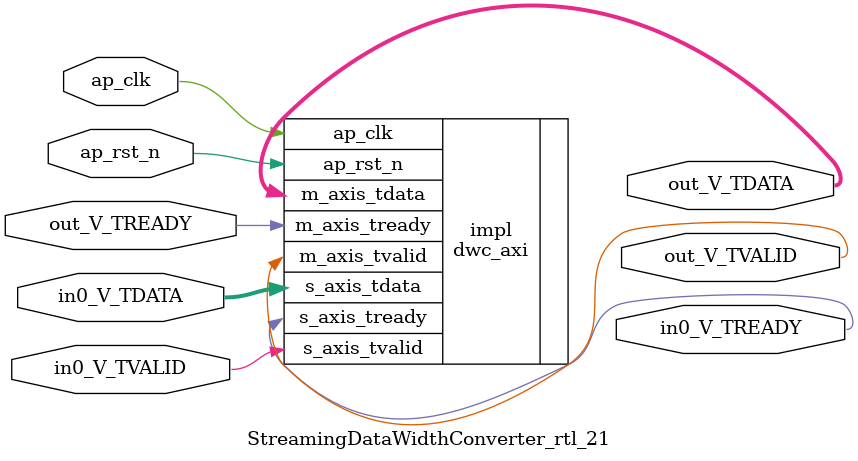
<source format=v>
/******************************************************************************
 * Copyright (C) 2023, Advanced Micro Devices, Inc.
 * All rights reserved.
 *
 * Redistribution and use in source and binary forms, with or without
 * modification, are permitted provided that the following conditions are met:
 *
 *  1. Redistributions of source code must retain the above copyright notice,
 *     this list of conditions and the following disclaimer.
 *
 *  2. Redistributions in binary form must reproduce the above copyright
 *     notice, this list of conditions and the following disclaimer in the
 *     documentation and/or other materials provided with the distribution.
 *
 *  3. Neither the name of the copyright holder nor the names of its
 *     contributors may be used to endorse or promote products derived from
 *     this software without specific prior written permission.
 *
 * THIS SOFTWARE IS PROVIDED BY THE COPYRIGHT HOLDERS AND CONTRIBUTORS "AS IS"
 * AND ANY EXPRESS OR IMPLIED WARRANTIES, INCLUDING, BUT NOT LIMITED TO,
 * THE IMPLIED WARRANTIES OF MERCHANTABILITY AND FITNESS FOR A PARTICULAR
 * PURPOSE ARE DISCLAIMED. IN NO EVENT SHALL THE COPYRIGHT HOLDER OR
 * CONTRIBUTORS BE LIABLE FOR ANY DIRECT, INDIRECT, INCIDENTAL, SPECIAL,
 * EXEMPLARY, OR CONSEQUENTIAL DAMAGES (INCLUDING, BUT NOT LIMITED TO,
 * PROCUREMENT OF SUBSTITUTE GOODS OR SERVICES; LOSS OF USE, DATA, OR PROFITS;
 * OR BUSINESS INTERRUPTION). HOWEVER CAUSED AND ON ANY THEORY OF LIABILITY,
 * WHETHER IN CONTRACT, STRICT LIABILITY, OR TORT (INCLUDING NEGLIGENCE OR
 * OTHERWISE) ARISING IN ANY WAY OUT OF THE USE OF THIS SOFTWARE, EVEN IF
 * ADVISED OF THE POSSIBILITY OF SUCH DAMAGE.
 *****************************************************************************/

module StreamingDataWidthConverter_rtl_21 #(
	parameter  IBITS = 168,
	parameter  OBITS = 3,

	parameter  AXI_IBITS = (IBITS+7)/8 * 8,
	parameter  AXI_OBITS = (OBITS+7)/8 * 8
)(
	//- Global Control ------------------
	(* X_INTERFACE_INFO = "xilinx.com:signal:clock:1.0 ap_clk CLK" *)
	(* X_INTERFACE_PARAMETER = "ASSOCIATED_BUSIF in0_V:out_V, ASSOCIATED_RESET ap_rst_n" *)
	input	ap_clk,
	(* X_INTERFACE_PARAMETER = "POLARITY ACTIVE_LOW" *)
	input	ap_rst_n,

	//- AXI Stream - Input --------------
	output	in0_V_TREADY,
	input	in0_V_TVALID,
	input	[AXI_IBITS-1:0]  in0_V_TDATA,

	//- AXI Stream - Output -------------
	input	out_V_TREADY,
	output	out_V_TVALID,
	output	[AXI_OBITS-1:0]  out_V_TDATA
);

	dwc_axi #(
		.IBITS(IBITS),
		.OBITS(OBITS)
	) impl (
		.ap_clk(ap_clk),
		.ap_rst_n(ap_rst_n),
		.s_axis_tready(in0_V_TREADY),
		.s_axis_tvalid(in0_V_TVALID),
		.s_axis_tdata(in0_V_TDATA),
		.m_axis_tready(out_V_TREADY),
		.m_axis_tvalid(out_V_TVALID),
		.m_axis_tdata(out_V_TDATA)
	);

endmodule

</source>
